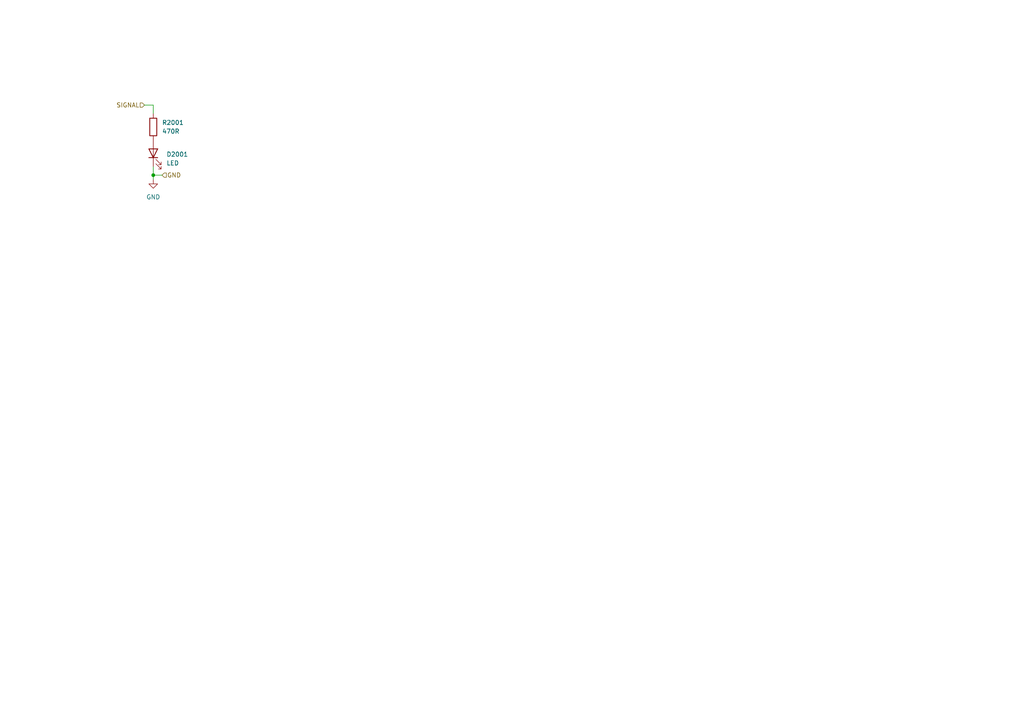
<source format=kicad_sch>
(kicad_sch (version 20231120) (generator "eeschema") (generator_version "8.0")
  (paper "A4")
  (lib_symbols
    (symbol "Device:LED" (pin_numbers hide) (pin_names (offset 1.016) hide)
      (property "Reference" "D" (at 0 2.54 0))
      (property "Value" "LED" (at 0 -2.54 0))
      (symbol "LED_0_1"
        (polyline (pts (xy -1.27 -1.27) (xy -1.27 1.27)) (stroke (width 0.254)))
        (polyline (pts (xy -1.27 0) (xy 1.27 0)))
        (polyline (pts (xy 1.27 -1.27) (xy 1.27 1.27) (xy -1.27 0) (xy 1.27 -1.27)) (stroke (width 0.254)))
        (polyline (pts (xy -3.048 -0.762) (xy -4.572 -2.286) (xy -3.81 -2.286) (xy -4.572 -2.286) (xy -4.572 -1.524)))
        (polyline (pts (xy -1.778 -0.762) (xy -3.302 -2.286) (xy -2.54 -2.286) (xy -3.302 -2.286) (xy -3.302 -1.524)))
      )
      (symbol "LED_1_1"
        (pin passive line (at -3.81 0 0) (length 2.54) (name "K") (number "1"))
        (pin passive line (at 3.81 0 180) (length 2.54) (name "A") (number "2"))
      )
    )
    (symbol "Device:R" (pin_numbers hide) (pin_names (offset 0))
      (property "Reference" "R" (at 2.032 0 90))
      (property "Value" "R" (at 0 0 90))
      (symbol "R_0_1"
        (rectangle (start -1.016 -2.54) (end 1.016 2.54) (stroke (width 0.254)))
      )
      (symbol "R_1_1"
        (pin passive line (at 0 3.81 270) (length 1.27) (name "~") (number "1"))
        (pin passive line (at 0 -3.81 90) (length 1.27) (name "~") (number "2"))
      )
    )
    (symbol "power:GND" (power) (pin_names (offset 0))
      (property "Value" "GND" (at 0 -3.81 0))
      (symbol "GND_0_1"
        (polyline (pts (xy 0 0) (xy 0 -1.27) (xy 1.27 -1.27) (xy 0 -2.54) (xy -1.27 -1.27) (xy 0 -1.27)))
      )
      (symbol "GND_1_1"
        (pin power_in line (at 0 0 270) (length 0) hide (name "GND") (number "1"))
      )
    )
  )
  (junction (at 44.45 50.8))
  (wire (pts (xy 44.45 52.07) (xy 44.45 50.8)))
  (wire (pts (xy 46.99 50.8) (xy 44.45 50.8)))
  (wire (pts (xy 44.45 50.8) (xy 44.45 48.26)))
  (wire (pts (xy 44.45 33.02) (xy 44.45 30.48)))
  (wire (pts (xy 41.91 30.48) (xy 44.45 30.48)))
  (hierarchical_label "SIGNAL" (shape input) (at 41.91 30.48 180))
  (hierarchical_label "GND" (shape input) (at 46.99 50.8 0))
  (symbol (lib_id "Device:R") (at 44.45 36.83 0) (unit 1)
    (property "Reference" "R2001" (at 46.99 35.5599 0) (effects (justify left)))
    (property "Value" "470R" (at 46.99 38.0999 0) (effects (justify left)))
    (property "Footprint" "Resistor_SMD:R_0805_2012Metric_Pad1.20x1.40mm_HandSolder" (effects (hide yes)))
    (property "Description" "Resistor" (effects (hide yes)))
  )
  (symbol (lib_id "power:GND") (at 44.45 52.07 0) (unit 1)
    (property "Reference" "#PWR02001" (effects (hide yes)))
    (property "Value" "GND" (at 44.45 57.15 0))
    (property "Description" "Power symbol creates a global label with name \"GND\" , ground" (effects (hide yes)))
  )
  (symbol (lib_id "Device:LED") (at 44.45 44.45 90) (unit 1)
    (property "Reference" "D2001" (at 48.26 44.7674 90) (effects (justify right)))
    (property "Value" "LED" (at 48.26 47.3074 90) (effects (justify right)))
    (property "Footprint" "LED_SMD:LED_0603_1608Metric_Pad1.05x0.95mm_HandSolder" (effects (hide yes)))
    (property "Description" "Light emitting diode" (effects (hide yes)))
  )
)
</source>
